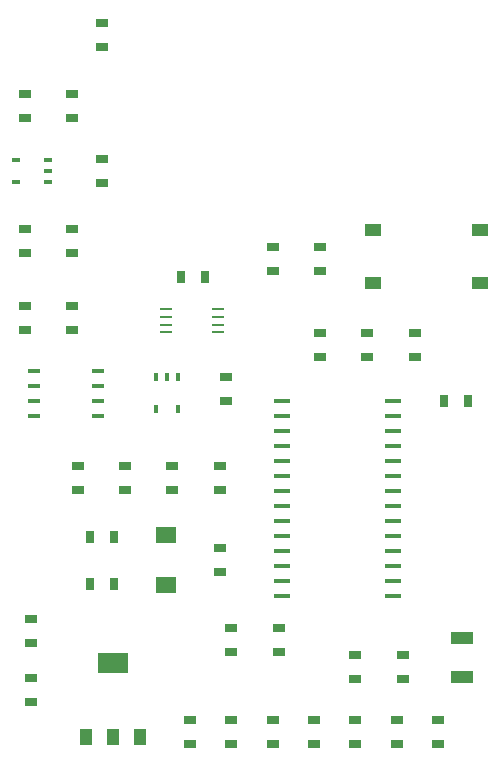
<source format=gbr>
%TF.GenerationSoftware,KiCad,Pcbnew,(5.1.9)-1*%
%TF.CreationDate,2021-03-12T11:46:57-05:00*%
%TF.ProjectId,SensorDemo,53656e73-6f72-4446-956d-6f2e6b696361,rev?*%
%TF.SameCoordinates,PX700e860PY7735940*%
%TF.FileFunction,Paste,Top*%
%TF.FilePolarity,Positive*%
%FSLAX46Y46*%
G04 Gerber Fmt 4.6, Leading zero omitted, Abs format (unit mm)*
G04 Created by KiCad (PCBNEW (5.1.9)-1) date 2021-03-12 11:46:57*
%MOMM*%
%LPD*%
G01*
G04 APERTURE LIST*
%ADD10R,0.315000X0.770000*%
%ADD11R,0.770000X0.315000*%
%ADD12R,1.015000X0.210000*%
%ADD13R,0.711200X1.066800*%
%ADD14R,1.680000X1.400000*%
%ADD15R,1.066800X0.711200*%
%ADD16R,1.955800X1.066800*%
%ADD17R,1.400000X0.420000*%
%ADD18R,1.050000X1.400000*%
%ADD19R,2.660000X1.750000*%
%ADD20R,1.085000X0.420000*%
%ADD21R,1.470000X0.980000*%
G04 APERTURE END LIST*
D10*
%TO.C,U5*%
X16000000Y32300000D03*
X14100000Y32300000D03*
X14100000Y35000000D03*
X15050000Y35000000D03*
X16000000Y35000000D03*
%TD*%
D11*
%TO.C,U6*%
X2300000Y51500000D03*
X2300000Y53400000D03*
X5000000Y53400000D03*
X5000000Y52450000D03*
X5000000Y51500000D03*
%TD*%
D12*
%TO.C,U4*%
X19400000Y40750000D03*
X19400000Y40100000D03*
X19400000Y39450000D03*
X19400000Y38800000D03*
X15000000Y38800000D03*
X15000000Y39450000D03*
X15000000Y40100000D03*
X15000000Y40750000D03*
%TD*%
D13*
%TO.C,C8*%
X40516000Y33000000D03*
X38484000Y33000000D03*
%TD*%
D14*
%TO.C,X1*%
X15000000Y17400000D03*
X15000000Y21600000D03*
%TD*%
D15*
%TO.C,R6*%
X9500000Y51484000D03*
X9500000Y53516000D03*
%TD*%
D13*
%TO.C,R4*%
X16234000Y43500000D03*
X18266000Y43500000D03*
%TD*%
D15*
%TO.C,C19*%
X20000000Y32984000D03*
X20000000Y35016000D03*
%TD*%
D16*
%TO.C,TC1*%
X40000000Y9599000D03*
X40000000Y12901000D03*
%TD*%
D15*
%TO.C,C24*%
X20500000Y13766000D03*
X20500000Y11734000D03*
%TD*%
%TO.C,C25*%
X24500000Y11734000D03*
X24500000Y13766000D03*
%TD*%
D17*
%TO.C,U2*%
X24800000Y33000000D03*
X24800000Y31730000D03*
X24800000Y30460000D03*
X24800000Y29190000D03*
X24800000Y27920000D03*
X24800000Y26650000D03*
X24800000Y25380000D03*
X24800000Y24110000D03*
X24800000Y22840000D03*
X24800000Y21570000D03*
X24800000Y20300000D03*
X24800000Y19030000D03*
X24800000Y17760000D03*
X24800000Y16490000D03*
X34200000Y16490000D03*
X34200000Y17760000D03*
X34200000Y19030000D03*
X34200000Y20300000D03*
X34200000Y21570000D03*
X34200000Y22840000D03*
X34200000Y24110000D03*
X34200000Y25380000D03*
X34200000Y26650000D03*
X34200000Y27920000D03*
X34200000Y29190000D03*
X34200000Y30460000D03*
X34200000Y31730000D03*
X34200000Y33000000D03*
%TD*%
D15*
%TO.C,D1*%
X31000000Y11516000D03*
X31000000Y9484000D03*
%TD*%
%TO.C,FB2*%
X36000000Y36734000D03*
X36000000Y38766000D03*
%TD*%
%TO.C,C16*%
X3500000Y14516000D03*
X3500000Y12484000D03*
%TD*%
%TO.C,R9*%
X9500000Y65016000D03*
X9500000Y62984000D03*
%TD*%
%TO.C,R1*%
X35000000Y9484000D03*
X35000000Y11516000D03*
%TD*%
D18*
%TO.C,U1*%
X8200000Y4500000D03*
X10500000Y4500000D03*
X12800000Y4500000D03*
D19*
X10500000Y10800000D03*
%TD*%
D13*
%TO.C,C1*%
X8484000Y21500000D03*
X10516000Y21500000D03*
%TD*%
D15*
%TO.C,C2*%
X28000000Y36734000D03*
X28000000Y38766000D03*
%TD*%
D13*
%TO.C,C3*%
X8484000Y17500000D03*
X10516000Y17500000D03*
%TD*%
D15*
%TO.C,C4*%
X19500000Y27516000D03*
X19500000Y25484000D03*
%TD*%
%TO.C,C5*%
X34500000Y3984000D03*
X34500000Y6016000D03*
%TD*%
%TO.C,C6*%
X31000000Y6016000D03*
X31000000Y3984000D03*
%TD*%
%TO.C,C7*%
X27500000Y6016000D03*
X27500000Y3984000D03*
%TD*%
%TO.C,C9*%
X24000000Y3984000D03*
X24000000Y6016000D03*
%TD*%
%TO.C,C10*%
X20500000Y6016000D03*
X20500000Y3984000D03*
%TD*%
%TO.C,C11*%
X17000000Y3984000D03*
X17000000Y6016000D03*
%TD*%
%TO.C,C12*%
X7000000Y38984000D03*
X7000000Y41016000D03*
%TD*%
%TO.C,C13*%
X3000000Y41016000D03*
X3000000Y38984000D03*
%TD*%
%TO.C,C15*%
X3500000Y9516000D03*
X3500000Y7484000D03*
%TD*%
%TO.C,C17*%
X28000000Y43984000D03*
X28000000Y46016000D03*
%TD*%
%TO.C,C18*%
X24000000Y46016000D03*
X24000000Y43984000D03*
%TD*%
%TO.C,C20*%
X15500000Y25484000D03*
X15500000Y27516000D03*
%TD*%
%TO.C,C21*%
X7000000Y56984000D03*
X7000000Y59016000D03*
%TD*%
%TO.C,C22*%
X11500000Y27516000D03*
X11500000Y25484000D03*
%TD*%
%TO.C,C23*%
X3000000Y56984000D03*
X3000000Y59016000D03*
%TD*%
%TO.C,R2*%
X19500000Y20516000D03*
X19500000Y18484000D03*
%TD*%
%TO.C,R3*%
X32000000Y36734000D03*
X32000000Y38766000D03*
%TD*%
%TO.C,R5*%
X7000000Y45484000D03*
X7000000Y47516000D03*
%TD*%
%TO.C,R10*%
X3000000Y45484000D03*
X3000000Y47516000D03*
%TD*%
D20*
%TO.C,U3*%
X9200000Y35500000D03*
X9200000Y34230000D03*
X9200000Y32960000D03*
X9200000Y31690000D03*
X3800000Y31690000D03*
X3800000Y32960000D03*
X3800000Y34230000D03*
X3800000Y35500000D03*
%TD*%
D15*
%TO.C,FB1*%
X38000000Y3984000D03*
X38000000Y6016000D03*
%TD*%
%TO.C,C14*%
X7500000Y27516000D03*
X7500000Y25484000D03*
%TD*%
D21*
%TO.C,K1*%
X41550000Y43000000D03*
X41550000Y47500000D03*
X32450000Y43000000D03*
X32450000Y47500000D03*
%TD*%
M02*

</source>
